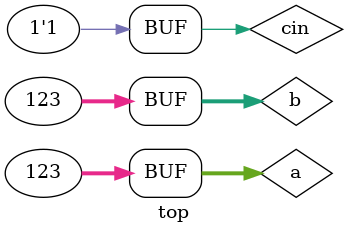
<source format=v>
`include "32rdcla.v"

module top;
reg [31:0] a, b;
wire [31:0] s;
wire cout;
reg cin;

rdcla test (s, cout, a, b, cin);

initial
begin

	a = 32'd123;
	b = 32'd123;
	cin = 1'b1;
	
end
initial
	$monitor ("         a = %d;\n         b = %d;\n  carry_in = %d;\n       sum = %d;\n carry_out = %d;\n", a, b, cin, s, cout);

endmodule
</source>
